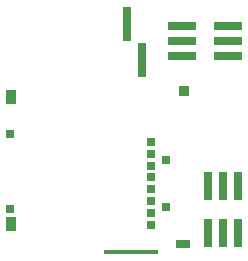
<source format=gbr>
G04 #@! TF.GenerationSoftware,KiCad,Pcbnew,5.1.4-3.fc30*
G04 #@! TF.CreationDate,2019-12-03T21:39:27-05:00*
G04 #@! TF.ProjectId,librem5-m2-breakout,6c696272-656d-4352-9d6d-322d62726561,rev?*
G04 #@! TF.SameCoordinates,Original*
G04 #@! TF.FileFunction,Paste,Top*
G04 #@! TF.FilePolarity,Positive*
%FSLAX46Y46*%
G04 Gerber Fmt 4.6, Leading zero omitted, Abs format (unit mm)*
G04 Created by KiCad (PCBNEW 5.1.4-3.fc30) date 2019-12-03 21:39:27*
%MOMM*%
%LPD*%
G04 APERTURE LIST*
%ADD10R,2.400000X0.740000*%
%ADD11R,0.740000X2.400000*%
%ADD12R,0.850000X1.300000*%
%ADD13R,0.750000X0.650000*%
%ADD14R,0.850000X1.200000*%
%ADD15R,4.630000X0.420000*%
%ADD16R,0.900000X0.950000*%
%ADD17R,1.150000X0.745000*%
%ADD18R,0.650000X0.700000*%
%ADD19R,0.750000X0.700000*%
%ADD20R,0.650000X3.000000*%
G04 APERTURE END LIST*
D10*
X146450000Y-88470000D03*
X142550000Y-88470000D03*
X146450000Y-87200000D03*
X142550000Y-87200000D03*
X146450000Y-85930000D03*
X142550000Y-85930000D03*
D11*
X147270000Y-99550000D03*
X147270000Y-103450000D03*
X146000000Y-99550000D03*
X146000000Y-103450000D03*
X144730000Y-99550000D03*
X144730000Y-103450000D03*
D12*
X128050000Y-91987500D03*
D13*
X128000000Y-95125000D03*
X128000000Y-101475000D03*
D14*
X128050000Y-102712500D03*
D15*
X138240000Y-105122500D03*
D16*
X142725000Y-91425000D03*
D17*
X142650000Y-104460000D03*
D18*
X141150000Y-101275000D03*
X141150000Y-97275000D03*
D19*
X139950000Y-102775000D03*
X139950000Y-101775000D03*
X139950000Y-100775000D03*
X139950000Y-99775000D03*
X139950000Y-98775000D03*
X139950000Y-97775000D03*
X139950000Y-96775000D03*
X139950000Y-95775000D03*
D20*
X137865000Y-85800000D03*
X139135000Y-88800000D03*
M02*

</source>
